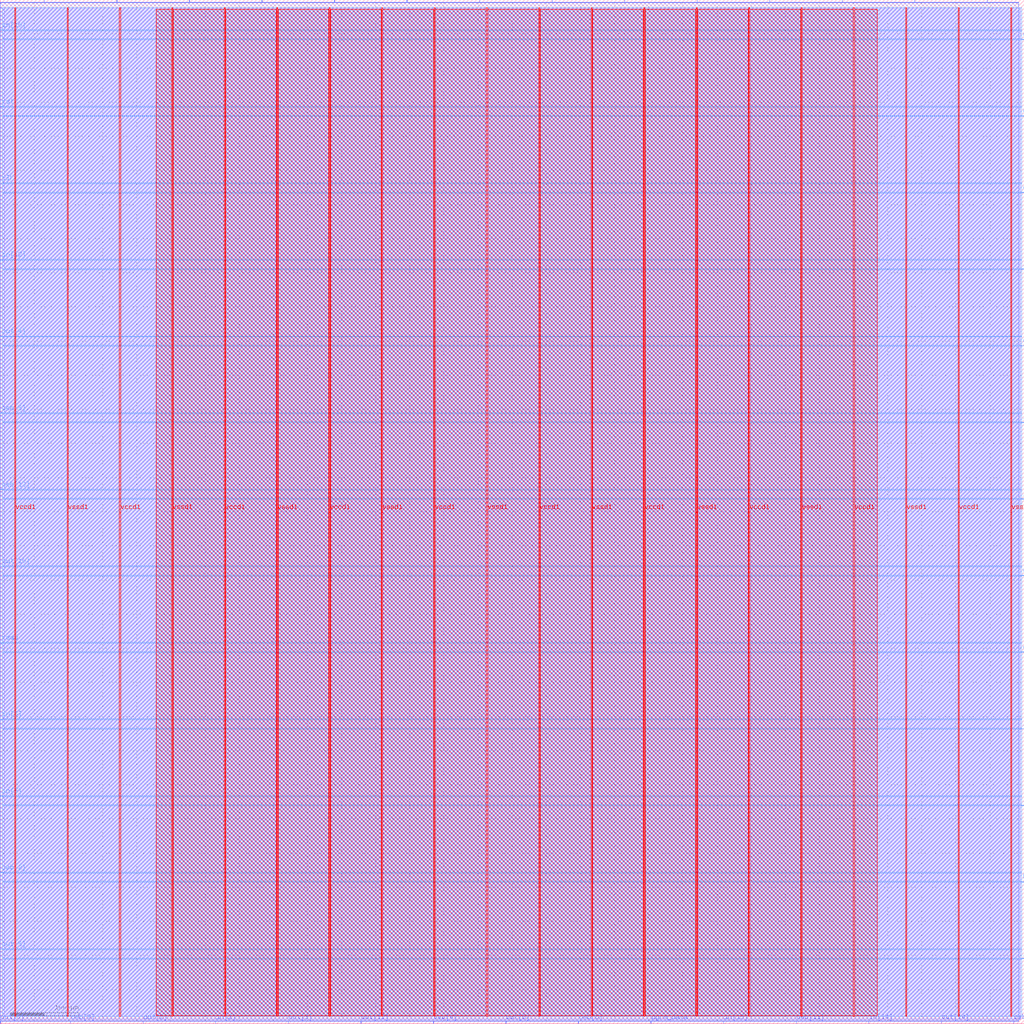
<source format=lef>
VERSION 5.7 ;
  NOWIREEXTENSIONATPIN ON ;
  DIVIDERCHAR "/" ;
  BUSBITCHARS "[]" ;
MACRO hmmm
  CLASS BLOCK ;
  FOREIGN hmmm ;
  ORIGIN 0.000 0.000 ;
  SIZE 1500.000 BY 1500.000 ;
  PIN clk
    DIRECTION INPUT ;
    USE SIGNAL ;
    PORT
      LAYER met3 ;
        RECT 1.000 1230.840 4.000 1231.440 ;
    END
  END clk
  PIN halt
    DIRECTION OUTPUT TRISTATE ;
    USE SIGNAL ;
    PORT
      LAYER met3 ;
        RECT 1496.000 207.440 1499.000 208.040 ;
    END
  END halt
  PIN in[0]
    DIRECTION INPUT ;
    USE SIGNAL ;
    PORT
      LAYER met3 ;
        RECT 1496.000 768.440 1499.000 769.040 ;
    END
  END in[0]
  PIN in[10]
    DIRECTION INPUT ;
    USE SIGNAL ;
    PORT
      LAYER met3 ;
        RECT 1.000 1455.240 4.000 1455.840 ;
    END
  END in[10]
  PIN in[11]
    DIRECTION INPUT ;
    USE SIGNAL ;
    PORT
      LAYER met3 ;
        RECT 1496.000 880.640 1499.000 881.240 ;
    END
  END in[11]
  PIN in[12]
    DIRECTION INPUT ;
    USE SIGNAL ;
    PORT
      LAYER met3 ;
        RECT 1.000 1118.640 4.000 1119.240 ;
    END
  END in[12]
  PIN in[13]
    DIRECTION INPUT ;
    USE SIGNAL ;
    PORT
      LAYER met3 ;
        RECT 1496.000 95.240 1499.000 95.840 ;
    END
  END in[13]
  PIN in[14]
    DIRECTION INPUT ;
    USE SIGNAL ;
    PORT
      LAYER met2 ;
        RECT 1271.990 1.000 1272.270 4.000 ;
    END
  END in[14]
  PIN in[15]
    DIRECTION INPUT ;
    USE SIGNAL ;
    PORT
      LAYER met2 ;
        RECT 1059.470 1.000 1059.750 4.000 ;
    END
  END in[15]
  PIN in[1]
    DIRECTION INPUT ;
    USE SIGNAL ;
    PORT
      LAYER met2 ;
        RECT 1127.090 1496.000 1127.370 1499.000 ;
    END
  END in[1]
  PIN in[2]
    DIRECTION INPUT ;
    USE SIGNAL ;
    PORT
      LAYER met2 ;
        RECT 315.650 1.000 315.930 4.000 ;
    END
  END in[2]
  PIN in[3]
    DIRECTION INPUT ;
    USE SIGNAL ;
    PORT
      LAYER met3 ;
        RECT 1496.000 319.640 1499.000 320.240 ;
    END
  END in[3]
  PIN in[4]
    DIRECTION INPUT ;
    USE SIGNAL ;
    PORT
      LAYER met2 ;
        RECT 914.570 1496.000 914.850 1499.000 ;
    END
  END in[4]
  PIN in[5]
    DIRECTION INPUT ;
    USE SIGNAL ;
    PORT
      LAYER met3 ;
        RECT 1.000 333.240 4.000 333.840 ;
    END
  END in[5]
  PIN in[6]
    DIRECTION INPUT ;
    USE SIGNAL ;
    PORT
      LAYER met3 ;
        RECT 1.000 445.440 4.000 446.040 ;
    END
  END in[6]
  PIN in[7]
    DIRECTION INPUT ;
    USE SIGNAL ;
    PORT
      LAYER met3 ;
        RECT 1496.000 431.840 1499.000 432.440 ;
    END
  END in[7]
  PIN in[8]
    DIRECTION INPUT ;
    USE SIGNAL ;
    PORT
      LAYER met3 ;
        RECT 1496.000 1105.040 1499.000 1105.640 ;
    END
  END in[8]
  PIN in[9]
    DIRECTION INPUT ;
    USE SIGNAL ;
    PORT
      LAYER met2 ;
        RECT 64.490 1496.000 64.770 1499.000 ;
    END
  END in[9]
  PIN oeb[0]
    DIRECTION OUTPUT TRISTATE ;
    USE SIGNAL ;
    PORT
      LAYER met2 ;
        RECT 846.950 1.000 847.230 4.000 ;
    END
  END oeb[0]
  PIN oeb[10]
    DIRECTION OUTPUT TRISTATE ;
    USE SIGNAL ;
    PORT
      LAYER met3 ;
        RECT 1496.000 1441.640 1499.000 1442.240 ;
    END
  END oeb[10]
  PIN oeb[11]
    DIRECTION OUTPUT TRISTATE ;
    USE SIGNAL ;
    PORT
      LAYER met2 ;
        RECT 1165.730 1.000 1166.010 4.000 ;
    END
  END oeb[11]
  PIN oeb[12]
    DIRECTION OUTPUT TRISTATE ;
    USE SIGNAL ;
    PORT
      LAYER met2 ;
        RECT 277.010 1496.000 277.290 1499.000 ;
    END
  END oeb[12]
  PIN oeb[13]
    DIRECTION OUTPUT TRISTATE ;
    USE SIGNAL ;
    PORT
      LAYER met3 ;
        RECT 1.000 782.040 4.000 782.640 ;
    END
  END oeb[13]
  PIN oeb[14]
    DIRECTION OUTPUT TRISTATE ;
    USE SIGNAL ;
    PORT
      LAYER met2 ;
        RECT 1484.510 1.000 1484.790 4.000 ;
    END
  END oeb[14]
  PIN oeb[15]
    DIRECTION OUTPUT TRISTATE ;
    USE SIGNAL ;
    PORT
      LAYER met2 ;
        RECT 595.790 1496.000 596.070 1499.000 ;
    END
  END oeb[15]
  PIN oeb[1]
    DIRECTION OUTPUT TRISTATE ;
    USE SIGNAL ;
    PORT
      LAYER met2 ;
        RECT 1233.350 1496.000 1233.630 1499.000 ;
    END
  END oeb[1]
  PIN oeb[2]
    DIRECTION OUTPUT TRISTATE ;
    USE SIGNAL ;
    PORT
      LAYER met3 ;
        RECT 1.000 221.040 4.000 221.640 ;
    END
  END oeb[2]
  PIN oeb[3]
    DIRECTION OUTPUT TRISTATE ;
    USE SIGNAL ;
    PORT
      LAYER met2 ;
        RECT 808.310 1496.000 808.590 1499.000 ;
    END
  END oeb[3]
  PIN oeb[4]
    DIRECTION OUTPUT TRISTATE ;
    USE SIGNAL ;
    PORT
      LAYER met2 ;
        RECT 634.430 1.000 634.710 4.000 ;
    END
  END oeb[4]
  PIN oeb[5]
    DIRECTION OUTPUT TRISTATE ;
    USE SIGNAL ;
    PORT
      LAYER met3 ;
        RECT 1.000 894.240 4.000 894.840 ;
    END
  END oeb[5]
  PIN oeb[6]
    DIRECTION OUTPUT TRISTATE ;
    USE SIGNAL ;
    PORT
      LAYER met3 ;
        RECT 1496.000 1217.240 1499.000 1217.840 ;
    END
  END oeb[6]
  PIN oeb[7]
    DIRECTION OUTPUT TRISTATE ;
    USE SIGNAL ;
    PORT
      LAYER met2 ;
        RECT 170.750 1496.000 171.030 1499.000 ;
    END
  END oeb[7]
  PIN oeb[8]
    DIRECTION OUTPUT TRISTATE ;
    USE SIGNAL ;
    PORT
      LAYER met2 ;
        RECT 1020.830 1496.000 1021.110 1499.000 ;
    END
  END oeb[8]
  PIN oeb[9]
    DIRECTION OUTPUT TRISTATE ;
    USE SIGNAL ;
    PORT
      LAYER met2 ;
        RECT 103.130 1.000 103.410 4.000 ;
    END
  END oeb[9]
  PIN out[0]
    DIRECTION OUTPUT TRISTATE ;
    USE SIGNAL ;
    PORT
      LAYER met2 ;
        RECT 0.090 1.000 0.370 4.000 ;
    END
  END out[0]
  PIN out[10]
    DIRECTION OUTPUT TRISTATE ;
    USE SIGNAL ;
    PORT
      LAYER met3 ;
        RECT 1.000 669.840 4.000 670.440 ;
    END
  END out[10]
  PIN out[11]
    DIRECTION OUTPUT TRISTATE ;
    USE SIGNAL ;
    PORT
      LAYER met3 ;
        RECT 1496.000 1329.440 1499.000 1330.040 ;
    END
  END out[11]
  PIN out[12]
    DIRECTION OUTPUT TRISTATE ;
    USE SIGNAL ;
    PORT
      LAYER met2 ;
        RECT 528.170 1.000 528.450 4.000 ;
    END
  END out[12]
  PIN out[13]
    DIRECTION OUTPUT TRISTATE ;
    USE SIGNAL ;
    PORT
      LAYER met3 ;
        RECT 1496.000 992.840 1499.000 993.440 ;
    END
  END out[13]
  PIN out[14]
    DIRECTION OUTPUT TRISTATE ;
    USE SIGNAL ;
    PORT
      LAYER met2 ;
        RECT 1378.250 1.000 1378.530 4.000 ;
    END
  END out[14]
  PIN out[15]
    DIRECTION OUTPUT TRISTATE ;
    USE SIGNAL ;
    PORT
      LAYER met2 ;
        RECT 702.050 1496.000 702.330 1499.000 ;
    END
  END out[15]
  PIN out[1]
    DIRECTION OUTPUT TRISTATE ;
    USE SIGNAL ;
    PORT
      LAYER met3 ;
        RECT 1496.000 544.040 1499.000 544.640 ;
    END
  END out[1]
  PIN out[2]
    DIRECTION OUTPUT TRISTATE ;
    USE SIGNAL ;
    PORT
      LAYER met2 ;
        RECT 209.390 1.000 209.670 4.000 ;
    END
  END out[2]
  PIN out[3]
    DIRECTION OUTPUT TRISTATE ;
    USE SIGNAL ;
    PORT
      LAYER met2 ;
        RECT 421.910 1.000 422.190 4.000 ;
    END
  END out[3]
  PIN out[4]
    DIRECTION OUTPUT TRISTATE ;
    USE SIGNAL ;
    PORT
      LAYER met3 ;
        RECT 1.000 1006.440 4.000 1007.040 ;
    END
  END out[4]
  PIN out[5]
    DIRECTION OUTPUT TRISTATE ;
    USE SIGNAL ;
    PORT
      LAYER met3 ;
        RECT 1.000 108.840 4.000 109.440 ;
    END
  END out[5]
  PIN out[6]
    DIRECTION OUTPUT TRISTATE ;
    USE SIGNAL ;
    PORT
      LAYER met2 ;
        RECT 740.690 1.000 740.970 4.000 ;
    END
  END out[6]
  PIN out[7]
    DIRECTION OUTPUT TRISTATE ;
    USE SIGNAL ;
    PORT
      LAYER met2 ;
        RECT 1445.870 1496.000 1446.150 1499.000 ;
    END
  END out[7]
  PIN out[8]
    DIRECTION OUTPUT TRISTATE ;
    USE SIGNAL ;
    PORT
      LAYER met2 ;
        RECT 1339.610 1496.000 1339.890 1499.000 ;
    END
  END out[8]
  PIN out[9]
    DIRECTION OUTPUT TRISTATE ;
    USE SIGNAL ;
    PORT
      LAYER met2 ;
        RECT 383.270 1496.000 383.550 1499.000 ;
    END
  END out[9]
  PIN pgrm_addr
    DIRECTION INPUT ;
    USE SIGNAL ;
    PORT
      LAYER met2 ;
        RECT 489.530 1496.000 489.810 1499.000 ;
    END
  END pgrm_addr
  PIN pgrm_data
    DIRECTION INPUT ;
    USE SIGNAL ;
    PORT
      LAYER met2 ;
        RECT 953.210 1.000 953.490 4.000 ;
    END
  END pgrm_data
  PIN read
    DIRECTION OUTPUT TRISTATE ;
    USE SIGNAL ;
    PORT
      LAYER met3 ;
        RECT 1.000 557.640 4.000 558.240 ;
    END
  END read
  PIN rst
    DIRECTION INPUT ;
    USE SIGNAL ;
    PORT
      LAYER met3 ;
        RECT 1.000 1343.040 4.000 1343.640 ;
    END
  END rst
  PIN vccd1
    DIRECTION INOUT ;
    USE POWER ;
    PORT
      LAYER met4 ;
        RECT 21.040 10.640 22.640 1488.080 ;
    END
    PORT
      LAYER met4 ;
        RECT 174.640 10.640 176.240 1488.080 ;
    END
    PORT
      LAYER met4 ;
        RECT 328.240 10.640 329.840 1488.080 ;
    END
    PORT
      LAYER met4 ;
        RECT 481.840 10.640 483.440 1488.080 ;
    END
    PORT
      LAYER met4 ;
        RECT 635.440 10.640 637.040 1488.080 ;
    END
    PORT
      LAYER met4 ;
        RECT 789.040 10.640 790.640 1488.080 ;
    END
    PORT
      LAYER met4 ;
        RECT 942.640 10.640 944.240 1488.080 ;
    END
    PORT
      LAYER met4 ;
        RECT 1096.240 10.640 1097.840 1488.080 ;
    END
    PORT
      LAYER met4 ;
        RECT 1249.840 10.640 1251.440 1488.080 ;
    END
    PORT
      LAYER met4 ;
        RECT 1403.440 10.640 1405.040 1488.080 ;
    END
  END vccd1
  PIN vssd1
    DIRECTION INOUT ;
    USE GROUND ;
    PORT
      LAYER met4 ;
        RECT 97.840 10.640 99.440 1488.080 ;
    END
    PORT
      LAYER met4 ;
        RECT 251.440 10.640 253.040 1488.080 ;
    END
    PORT
      LAYER met4 ;
        RECT 405.040 10.640 406.640 1488.080 ;
    END
    PORT
      LAYER met4 ;
        RECT 558.640 10.640 560.240 1488.080 ;
    END
    PORT
      LAYER met4 ;
        RECT 712.240 10.640 713.840 1488.080 ;
    END
    PORT
      LAYER met4 ;
        RECT 865.840 10.640 867.440 1488.080 ;
    END
    PORT
      LAYER met4 ;
        RECT 1019.440 10.640 1021.040 1488.080 ;
    END
    PORT
      LAYER met4 ;
        RECT 1173.040 10.640 1174.640 1488.080 ;
    END
    PORT
      LAYER met4 ;
        RECT 1326.640 10.640 1328.240 1488.080 ;
    END
    PORT
      LAYER met4 ;
        RECT 1480.240 10.640 1481.840 1488.080 ;
    END
  END vssd1
  PIN write
    DIRECTION OUTPUT TRISTATE ;
    USE SIGNAL ;
    PORT
      LAYER met3 ;
        RECT 1496.000 656.240 1499.000 656.840 ;
    END
  END write
  OBS
      LAYER li1 ;
        RECT 5.520 10.795 1494.080 1487.925 ;
      LAYER met1 ;
        RECT 0.070 6.500 1494.080 1488.080 ;
      LAYER met2 ;
        RECT 0.100 1495.720 64.210 1496.410 ;
        RECT 65.050 1495.720 170.470 1496.410 ;
        RECT 171.310 1495.720 276.730 1496.410 ;
        RECT 277.570 1495.720 382.990 1496.410 ;
        RECT 383.830 1495.720 489.250 1496.410 ;
        RECT 490.090 1495.720 595.510 1496.410 ;
        RECT 596.350 1495.720 701.770 1496.410 ;
        RECT 702.610 1495.720 808.030 1496.410 ;
        RECT 808.870 1495.720 914.290 1496.410 ;
        RECT 915.130 1495.720 1020.550 1496.410 ;
        RECT 1021.390 1495.720 1126.810 1496.410 ;
        RECT 1127.650 1495.720 1233.070 1496.410 ;
        RECT 1233.910 1495.720 1339.330 1496.410 ;
        RECT 1340.170 1495.720 1445.590 1496.410 ;
        RECT 1446.430 1495.720 1492.150 1496.410 ;
        RECT 0.100 4.280 1492.150 1495.720 ;
        RECT 0.650 4.000 102.850 4.280 ;
        RECT 103.690 4.000 209.110 4.280 ;
        RECT 209.950 4.000 315.370 4.280 ;
        RECT 316.210 4.000 421.630 4.280 ;
        RECT 422.470 4.000 527.890 4.280 ;
        RECT 528.730 4.000 634.150 4.280 ;
        RECT 634.990 4.000 740.410 4.280 ;
        RECT 741.250 4.000 846.670 4.280 ;
        RECT 847.510 4.000 952.930 4.280 ;
        RECT 953.770 4.000 1059.190 4.280 ;
        RECT 1060.030 4.000 1165.450 4.280 ;
        RECT 1166.290 4.000 1271.710 4.280 ;
        RECT 1272.550 4.000 1377.970 4.280 ;
        RECT 1378.810 4.000 1484.230 4.280 ;
        RECT 1485.070 4.000 1492.150 4.280 ;
      LAYER met3 ;
        RECT 4.000 1456.240 1496.000 1488.005 ;
        RECT 4.400 1454.840 1496.000 1456.240 ;
        RECT 4.000 1442.640 1496.000 1454.840 ;
        RECT 4.000 1441.240 1495.600 1442.640 ;
        RECT 4.000 1344.040 1496.000 1441.240 ;
        RECT 4.400 1342.640 1496.000 1344.040 ;
        RECT 4.000 1330.440 1496.000 1342.640 ;
        RECT 4.000 1329.040 1495.600 1330.440 ;
        RECT 4.000 1231.840 1496.000 1329.040 ;
        RECT 4.400 1230.440 1496.000 1231.840 ;
        RECT 4.000 1218.240 1496.000 1230.440 ;
        RECT 4.000 1216.840 1495.600 1218.240 ;
        RECT 4.000 1119.640 1496.000 1216.840 ;
        RECT 4.400 1118.240 1496.000 1119.640 ;
        RECT 4.000 1106.040 1496.000 1118.240 ;
        RECT 4.000 1104.640 1495.600 1106.040 ;
        RECT 4.000 1007.440 1496.000 1104.640 ;
        RECT 4.400 1006.040 1496.000 1007.440 ;
        RECT 4.000 993.840 1496.000 1006.040 ;
        RECT 4.000 992.440 1495.600 993.840 ;
        RECT 4.000 895.240 1496.000 992.440 ;
        RECT 4.400 893.840 1496.000 895.240 ;
        RECT 4.000 881.640 1496.000 893.840 ;
        RECT 4.000 880.240 1495.600 881.640 ;
        RECT 4.000 783.040 1496.000 880.240 ;
        RECT 4.400 781.640 1496.000 783.040 ;
        RECT 4.000 769.440 1496.000 781.640 ;
        RECT 4.000 768.040 1495.600 769.440 ;
        RECT 4.000 670.840 1496.000 768.040 ;
        RECT 4.400 669.440 1496.000 670.840 ;
        RECT 4.000 657.240 1496.000 669.440 ;
        RECT 4.000 655.840 1495.600 657.240 ;
        RECT 4.000 558.640 1496.000 655.840 ;
        RECT 4.400 557.240 1496.000 558.640 ;
        RECT 4.000 545.040 1496.000 557.240 ;
        RECT 4.000 543.640 1495.600 545.040 ;
        RECT 4.000 446.440 1496.000 543.640 ;
        RECT 4.400 445.040 1496.000 446.440 ;
        RECT 4.000 432.840 1496.000 445.040 ;
        RECT 4.000 431.440 1495.600 432.840 ;
        RECT 4.000 334.240 1496.000 431.440 ;
        RECT 4.400 332.840 1496.000 334.240 ;
        RECT 4.000 320.640 1496.000 332.840 ;
        RECT 4.000 319.240 1495.600 320.640 ;
        RECT 4.000 222.040 1496.000 319.240 ;
        RECT 4.400 220.640 1496.000 222.040 ;
        RECT 4.000 208.440 1496.000 220.640 ;
        RECT 4.000 207.040 1495.600 208.440 ;
        RECT 4.000 109.840 1496.000 207.040 ;
        RECT 4.400 108.440 1496.000 109.840 ;
        RECT 4.000 96.240 1496.000 108.440 ;
        RECT 4.000 94.840 1495.600 96.240 ;
        RECT 4.000 10.715 1496.000 94.840 ;
      LAYER met4 ;
        RECT 228.455 11.735 251.040 1486.305 ;
        RECT 253.440 11.735 327.840 1486.305 ;
        RECT 330.240 11.735 404.640 1486.305 ;
        RECT 407.040 11.735 481.440 1486.305 ;
        RECT 483.840 11.735 558.240 1486.305 ;
        RECT 560.640 11.735 635.040 1486.305 ;
        RECT 637.440 11.735 711.840 1486.305 ;
        RECT 714.240 11.735 788.640 1486.305 ;
        RECT 791.040 11.735 865.440 1486.305 ;
        RECT 867.840 11.735 942.240 1486.305 ;
        RECT 944.640 11.735 1019.040 1486.305 ;
        RECT 1021.440 11.735 1095.840 1486.305 ;
        RECT 1098.240 11.735 1172.640 1486.305 ;
        RECT 1175.040 11.735 1249.440 1486.305 ;
        RECT 1251.840 11.735 1284.945 1486.305 ;
  END
END hmmm
END LIBRARY


</source>
